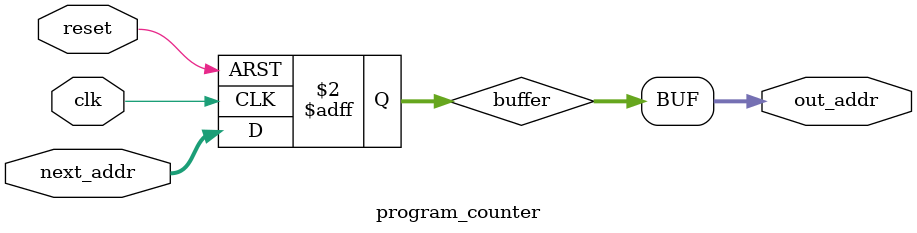
<source format=v>
`timescale 1ns / 1ps

module program_counter(next_addr, out_addr, clk, reset);
    input wire[31:0] next_addr;
    output wire[31:0] out_addr;
    input wire clk, reset;
    reg[31:0] buffer;
    wire[31:0] out_addr_temp;

    always@(posedge clk or posedge reset)
    begin
        if(reset) buffer = 32'b0;
        else buffer = next_addr;
    end

    
    assign out_addr = buffer;
endmodule
</source>
